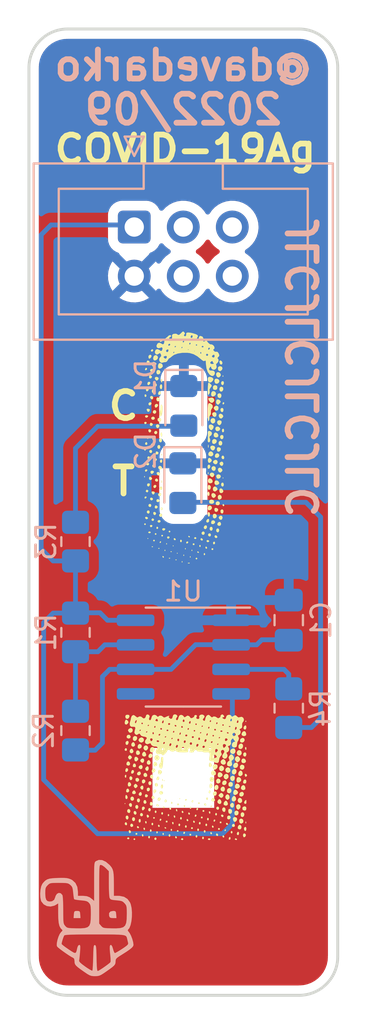
<source format=kicad_pcb>
(kicad_pcb (version 20211014) (generator pcbnew)
  (layers (0 "F.Cu" signal) (31 "B.Cu" signal) (34 "B.Paste" user) (35 "F.Paste" user) (36 "B.SilkS" user "B.Silkscreen") (37 "F.SilkS" user "F.Silkscreen") (38 "B.Mask" user) (39 "F.Mask" user) (44 "Edge.Cuts" user))
  (net 0 "")
  (net 1 "VCC")
  (net 2 "SDA")
  (net 3 "GPIO2")
  (net 4 "GND")
  (net 5 "SCL")
  (net 6 "GPIO1")
  (net 8 "Net-(D1-Pad2)")
  (net 9 "Net-(D2-Pad2)")
  (net 10 "Net-(R1-Pad2)")
  (net 11 "Net-(C1-Pad1)")
  (net 12 "Net-(R4-Pad1)")
  (footprint "drawing:stopmask" (layer "F.Cu") (at 0 0)
    (fp_text reference "G***" hide)
    (fp_text value "LOGO" hide)
    (zone (net 0) (net_name "") (layer "F.Cu") (connect_pads (clearance 0)) (min_thickness 0.254)
      (keepout (tracks allowed) (vias allowed) (pads allowed) (copperpour not_allowed) (footprints allowed))
      (fill (thermal_gap 0.508) (thermal_bridge_width 0.508))
      (polygon (pts (xy 1.6 15.3) (xy -1.6 15.3) (xy -1.6 12.2) (xy 1.6 12.2)))
    )
    (zone (net 0) (net_name "") (layer "F.Cu") (connect_pads (clearance 0)) (min_thickness 0.254)
      (keepout (tracks allowed) (vias allowed) (pads allowed) (copperpour not_allowed) (footprints allowed))
      (fill (thermal_gap 0.508) (thermal_bridge_width 0.508))
      (polygon (pts (xy 0.75 -8.25) (xy 1 -8) (xy 1.25 -7.5) (xy 1.25 0.5) (xy 1 1) (xy 0.75 1.25) (xy 0.25 1.5) (xy -0.25 1.5) (xy -0.75 1.25) (xy -1 1) (xy -1.25 0.5) (xy -1.25 -7.5) (xy -1 -8) (xy -0.75 -8.25) (xy -0.25 -8.5) (xy 0.25 -8.5)))
    )
    (zone (net 0) (net_name "") (layer "B.Cu") (connect_pads (clearance 0)) (min_thickness 0.254)
      (keepout (tracks allowed) (vias allowed) (pads allowed) (copperpour not_allowed) (footprints allowed))
      (fill (thermal_gap 0.508) (thermal_bridge_width 0.508))
      (polygon (pts (xy 1.6 15.3) (xy -1.6 15.3) (xy -1.6 12.2) (xy 1.6 12.2)))
    )
  )
  (footprint "finalShadow:finalShadow" (layer "F.Cu") (at -0.166722 -0.181481)
    (fp_text reference "Ref**" hide)
    (fp_text value "Val**" hide)
  )
  (footprint "Resistor_SMD:R_0805_2012Metric_Pad1.20x1.40mm_HandSolder" (layer "B.Cu") (at 5.461 10.144 -90)
    (fp_text reference "R4" (at 0 -1.651 -90) (layer "B.SilkS") (effects (justify mirror)))
    (fp_text value "1k")
    (pad "1" smd roundrect locked (at -1 0 270) (size 1.2 1.4) (layers "B.Cu" "B.Paste" "B.Mask") (roundrect_rratio 0.208333) (net 12 "Net-(R4-Pad1)"))
    (pad "2" smd roundrect locked (at 1 0 270) (size 1.2 1.4) (layers "B.Cu" "B.Paste" "B.Mask") (roundrect_rratio 0.208333) (net 9 "Net-(D2-Pad2)"))
  )
  (footprint "Resistor_SMD:R_0805_2012Metric_Pad1.20x1.40mm_HandSolder" (layer "B.Cu") (at -5.588 1.524 90)
    (fp_text reference "R3" (at 0 -1.524 270) (layer "B.SilkS") (effects (justify mirror)))
    (fp_text value "1k")
    (pad "1" smd roundrect locked (at -1 0 90) (size 1.2 1.4) (layers "B.Cu" "B.Paste" "B.Mask") (roundrect_rratio 0.208333) (net 1 "VCC"))
    (pad "2" smd roundrect locked (at 1 0 90) (size 1.2 1.4) (layers "B.Cu" "B.Paste" "B.Mask") (roundrect_rratio 0.208333) (net 8 "Net-(D1-Pad2)"))
  )
  (footprint "Capacitor_SMD:C_0805_2012Metric_Pad1.18x1.45mm_HandSolder" (layer "B.Cu") (at 5.461 5.588 90)
    (fp_text reference "C1" (at 0 1.68 90) (layer "B.SilkS") (effects (justify mirror)))
    (fp_text value "1uF")
    (pad "1" smd roundrect locked (at -1.0375 0 90) (size 1.175 1.45) (layers "B.Cu" "B.Paste" "B.Mask") (roundrect_rratio 0.212766) (net 11 "Net-(C1-Pad1)"))
    (pad "2" smd roundrect locked (at 1.0375 0 90) (size 1.175 1.45) (layers "B.Cu" "B.Paste" "B.Mask") (roundrect_rratio 0.212766) (net 4 "GND"))
  )
  (footprint "Resistor_SMD:R_0805_2012Metric_Pad1.20x1.40mm_HandSolder" (layer "B.Cu") (at -5.588 6.223 -90)
    (fp_text reference "R1" (at 0 1.524 -90) (layer "B.SilkS") (effects (justify mirror)))
    (fp_text value "1k")
    (pad "1" smd roundrect locked (at -1 0 270) (size 1.2 1.4) (layers "B.Cu" "B.Paste" "B.Mask") (roundrect_rratio 0.208333) (net 1 "VCC"))
    (pad "2" smd roundrect locked (at 1 0 270) (size 1.2 1.4) (layers "B.Cu" "B.Paste" "B.Mask") (roundrect_rratio 0.208333) (net 10 "Net-(R1-Pad2)"))
  )
  (footprint "LED_SMD:LED_0805_2012Metric_Pad1.15x1.40mm_HandSolder" (layer "B.Cu") (at -0.025 -1.5 -90)
    (fp_text reference "D2" (at -1.6496 1.9308 -270) (layer "B.SilkS") (effects (justify mirror)))
    (fp_text value "LED")
    (pad "1" smd roundrect locked (at -1.025 0 270) (size 1.15 1.4) (layers "B.Cu" "B.Paste" "B.Mask") (roundrect_rratio 0.217391) (net 4 "GND"))
    (pad "2" smd roundrect locked (at 1.025 0 270) (size 1.15 1.4) (layers "B.Cu" "B.Paste" "B.Mask") (roundrect_rratio 0.217391) (net 9 "Net-(D2-Pad2)"))
  )
  (footprint "Package_SO:SOIC-8_3.9x4.9mm_P1.27mm" (layer "B.Cu") (at 0 7.5 180)
    (fp_text reference "U1" (at 0 3.4) (layer "B.SilkS") (effects (justify mirror)))
    (fp_text value "NE555D")
    (pad "1" smd roundrect locked (at -2.475 1.905 180) (size 1.95 0.6) (layers "B.Cu" "B.Paste" "B.Mask") (net 4 "GND"))
    (pad "2" smd roundrect locked (at -2.475 0.635 180) (size 1.95 0.6) (layers "B.Cu" "B.Paste" "B.Mask") (net 11 "Net-(C1-Pad1)"))
    (pad "3" smd roundrect locked (at -2.475 -0.635 180) (size 1.95 0.6) (layers "B.Cu" "B.Paste" "B.Mask") (net 12 "Net-(R4-Pad1)"))
    (pad "4" smd roundrect locked (at -2.475 -1.905 180) (size 1.95 0.6) (layers "B.Cu" "B.Paste" "B.Mask") (net 1 "VCC"))
    (pad "5" smd roundrect locked (at 2.475 -1.905 180) (size 1.95 0.6) (layers "B.Cu" "B.Paste" "B.Mask"))
    (pad "6" smd roundrect locked (at 2.475 -0.635 180) (size 1.95 0.6) (layers "B.Cu" "B.Paste" "B.Mask") (net 11 "Net-(C1-Pad1)"))
    (pad "7" smd roundrect locked (at 2.475 0.635 180) (size 1.95 0.6) (layers "B.Cu" "B.Paste" "B.Mask") (net 10 "Net-(R1-Pad2)"))
    (pad "8" smd roundrect locked (at 2.475 1.905 180) (size 1.95 0.6) (layers "B.Cu" "B.Paste" "B.Mask") (net 1 "VCC"))
  )
  (footprint "Connector_IDC:IDC-Header_2x03_P2.54mm_Vertical" (layer "B.Cu") (at -2.545 -14.7525 -90)
    (fp_text reference "J1" hide)
    (fp_text value "Conn_02x03_Odd_Even" hide)
    (pad "1" thru_hole roundrect locked (at 0 0 270) (size 1.7 1.7) (drill 1) (layers *.Cu *.Mask) (roundrect_rratio 0.147059) (net 1 "VCC"))
    (pad "2" thru_hole circle locked (at 2.54 0 270) (size 1.7 1.7) (drill 1) (layers *.Cu *.Mask) (net 4 "GND"))
    (pad "3" thru_hole circle locked (at 0 -2.54 270) (size 1.7 1.7) (drill 1) (layers *.Cu *.Mask) (net 2 "SDA"))
    (pad "4" thru_hole circle locked (at 2.54 -2.54 270) (size 1.7 1.7) (drill 1) (layers *.Cu *.Mask) (net 5 "SCL"))
    (pad "5" thru_hole circle locked (at 0 -5.08 270) (size 1.7 1.7) (drill 1) (layers *.Cu *.Mask) (net 3 "GPIO2"))
    (pad "6" thru_hole circle locked (at 2.54 -5.08 270) (size 1.7 1.7) (drill 1) (layers *.Cu *.Mask) (net 6 "GPIO1"))
  )
  (footprint "Resistor_SMD:R_0805_2012Metric_Pad1.20x1.40mm_HandSolder" (layer "B.Cu") (at -5.588 11.303 -90)
    (fp_text reference "R2" (at 0 1.65 90) (layer "B.SilkS") (effects (justify mirror)))
    (fp_text value "470k")
    (pad "1" smd roundrect locked (at -1 0 270) (size 1.2 1.4) (layers "B.Cu" "B.Paste" "B.Mask") (roundrect_rratio 0.208333) (net 10 "Net-(R1-Pad2)"))
    (pad "2" smd roundrect locked (at 1 0 270) (size 1.2 1.4) (layers "B.Cu" "B.Paste" "B.Mask") (roundrect_rratio 0.208333) (net 11 "Net-(C1-Pad1)"))
  )
  (footprint "LED_SMD:LED_0805_2012Metric_Pad1.15x1.40mm_HandSolder" (layer "B.Cu") (at 0.025 -5.5 -90)
    (fp_text reference "D1" (at -1.4342 1.9808 -270) (layer "B.SilkS") (effects (justify mirror)))
    (fp_text value "LED")
    (pad "1" smd roundrect locked (at -1.025 0 270) (size 1.15 1.4) (layers "B.Cu" "B.Paste" "B.Mask") (roundrect_rratio 0.217391) (net 4 "GND"))
    (pad "2" smd roundrect locked (at 1.025 0 270) (size 1.15 1.4) (layers "B.Cu" "B.Paste" "B.Mask") (roundrect_rratio 0.217391) (net 8 "Net-(D1-Pad2)"))
  )
  (footprint "kicad footprints:davedarko_logo_silk_ext" (layer "B.Cu") (at -5 21 180)
    (fp_text reference "Ref**" hide)
    (fp_text value "Val**" hide)
  )
  (gr_arc locked (start 8 23) (mid 7.414214 24.414214) (end 6 25) (layer "Edge.Cuts") (width 0.15))
  (gr_arc locked (start -6 25) (mid -7.414214 24.414214) (end -8 23) (layer "Edge.Cuts") (width 0.15))
  (gr_line locked (start 6 25) (end -6 25) (layer "Edge.Cuts") (width 0.15))
  (gr_line locked (start -8 23) (end -8 -23) (layer "Edge.Cuts") (width 0.15))
  (gr_line locked (start -6 -25) (end 6 -25) (layer "Edge.Cuts") (width 0.15))
  (gr_arc locked (start -8 -23) (mid -7.414214 -24.414214) (end -6 -25) (layer "Edge.Cuts") (width 0.15))
  (gr_line locked (start 8 -23) (end 8 23) (layer "Edge.Cuts") (width 0.15))
  (gr_arc locked (start 6 -25) (mid 7.414214 -24.414214) (end 8 -23) (layer "Edge.Cuts") (width 0.15))
  (gr_text "@davedarko" (at 0 -23.114) (layer "B.SilkS") (effects (font (size 1.5 1.5) (thickness 0.3)) (justify mirror)))
  (gr_text "JLCJLCJLCJLC" (at 6.223 -7.493 90) (layer "B.SilkS") (effects (font (size 1.5 1.5) (thickness 0.3)) (justify mirror)))
  (gr_text "2022/09" (at 0 -20.828) (layer "B.SilkS") (effects (font (size 1.5 1.5) (thickness 0.3)) (justify mirror)))
  (gr_text "C" (at -3.1 -5.5) (layer "F.SilkS") (effects (font (size 1.4 1.45) (thickness 0.3))))
  (gr_text "T" (at -3.1 -1.6) (layer "F.SilkS") (effects (font (size 1.4 1.45) (thickness 0.3))))
  (gr_text "COVID-19Ag" (at 0.1 -18.769603) (layer "F.SilkS") (effects (font (size 1.4 1.45) (thickness 0.3))))
  (segment (start -5.588 5.223) (end -5.588 2.54) (width 0.25) (layer "B.Cu") (net 1))
  (segment (start -3.93 5.595) (end -4.318 5.207) (width 0.25) (layer "B.Cu") (net 1))
  (segment (start -5.588 5.223) (end -6.747 5.223) (width 0.25) (layer "B.Cu") (net 1))
  (segment (start -6.747 5.223) (end -7.239 5.715) (width 0.25) (layer "B.Cu") (net 1))
  (segment (start -7.366 1.905) (end -7.366 -14.351) (width 0.25) (layer "B.Cu") (net 1))
  (segment (start -6.747 2.524) (end -7.366 1.905) (width 0.25) (layer "B.Cu") (net 1))
  (segment (start -6.858 -14.859) (end -2.54 -14.859) (width 0.25) (layer "B.Cu") (net 1))
  (segment (start -4.318 5.207) (end -5.588 5.207) (width 0.25) (layer "B.Cu") (net 1))
  (segment (start -2.475 5.595) (end -3.93 5.595) (width 0.25) (layer "B.Cu") (net 1))
  (segment (start -5.588 2.524) (end -6.747 2.524) (width 0.25) (layer "B.Cu") (net 1))
  (segment (start -4.445 16.637) (end 2.032 16.637) (width 0.25) (layer "B.Cu") (net 1))
  (segment (start -7.366 -14.351) (end -6.858 -14.859) (width 0.25) (layer "B.Cu") (net 1))
  (segment (start -7.239 13.843) (end -4.445 16.637) (width 0.25) (layer "B.Cu") (net 1))
  (segment (start 2.032 16.637) (end 2.54 16.129) (width 0.25) (layer "B.Cu") (net 1))
  (segment (start -7.239 5.715) (end -7.239 13.843) (width 0.25) (layer "B.Cu") (net 1))
  (segment (start 2.54 16.129) (end 2.54 9.398) (width 0.25) (layer "B.Cu") (net 1))
  (segment (start -5.588 0.524) (end -5.588 -3.302) (width 0.25) (layer "B.Cu") (net 8))
  (segment (start -4.445 -4.445) (end 0 -4.445) (width 0.25) (layer "B.Cu") (net 8))
  (segment (start -5.588 -3.302) (end -4.445 -4.445) (width 0.25) (layer "B.Cu") (net 8))
  (segment (start 7.112 0.254) (end 6.35 -0.508) (width 0.25) (layer "B.Cu") (net 9))
  (segment (start 6.35 -0.508) (end 0 -0.508) (width 0.25) (layer "B.Cu") (net 9))
  (segment (start 7.112 10.668) (end 7.112 0.254) (width 0.25) (layer "B.Cu") (net 9))
  (segment (start 6.636 11.144) (end 7.112 10.668) (width 0.25) (layer "B.Cu") (net 9))
  (segment (start 5.461 11.144) (end 6.636 11.144) (width 0.25) (layer "B.Cu") (net 9))
  (segment (start -5.588 7.223) (end -4.429 7.223) (width 0.25) (layer "B.Cu") (net 10))
  (segment (start -4.071 6.865) (end -2.475 6.865) (width 0.25) (layer "B.Cu") (net 10))
  (segment (start -5.588 10.303) (end -5.588 7.239) (width 0.25) (layer "B.Cu") (net 10))
  (segment (start -4.429 7.223) (end -4.071 6.865) (width 0.25) (layer "B.Cu") (net 10))
  (segment (start 0.635 6.858) (end 2.667 6.858) (width 0.25) (layer "B.Cu") (net 11))
  (segment (start -4.572 12.319) (end -5.461 12.319) (width 0.25) (layer "B.Cu") (net 11))
  (segment (start -0.642 8.135) (end 0.635 6.858) (width 0.25) (layer "B.Cu") (net 11))
  (segment (start -4.191 11.938) (end -4.572 12.319) (width 0.25) (layer "B.Cu") (net 11))
  (segment (start 3.803 6.865) (end 4.064 6.604) (width 0.25) (layer "B.Cu") (net 11))
  (segment (start 4.064 6.604) (end 5.461 6.604) (width 0.25) (layer "B.Cu") (net 11))
  (segment (start -2.475 8.135) (end -3.817 8.135) (width 0.25) (layer "B.Cu") (net 11))
  (segment (start -3.817 8.135) (end -4.191 8.509) (width 0.25) (layer "B.Cu") (net 11))
  (segment (start 2.475 6.865) (end 3.803 6.865) (width 0.25) (layer "B.Cu") (net 11))
  (segment (start -2.475 8.135) (end -0.642 8.135) (width 0.25) (layer "B.Cu") (net 11))
  (segment (start -4.191 8.509) (end -4.191 11.938) (width 0.25) (layer "B.Cu") (net 11))
  (segment (start 2.475 8.135) (end 5.214 8.135) (width 0.25) (layer "B.Cu") (net 12))
  (segment (start 5.214 8.135) (end 5.461 8.382) (width 0.25) (layer "B.Cu") (net 12))
  (segment (start 5.461 8.382) (end 5.461 9.144) (width 0.25) (layer "B.Cu") (net 12))
  (zone (net 0) (net_name "") (layer "F.Cu") (connect_pads (clearance 0.508)) (min_thickness 0.254) (fill yes (thermal_gap 0.508) (thermal_bridge_width 0.508))
    (polygon (pts (xy 8.636 25.908) (xy -8.89 25.908) (xy -8.89 -26.162) (xy 8.636 -26.162)))
  )
  (zone (net 0) (net_name "") (layer "B.Cu") (connect_pads (clearance 0)) (min_thickness 0.254)
    (keepout (tracks not_allowed) (vias not_allowed) (pads not_allowed) (copperpour not_allowed) (footprints allowed))
    (fill (thermal_gap 0.508) (thermal_bridge_width 0.508))
    (polygon (pts (xy 1.651 -4.953) (xy -1.651 -4.953) (xy -1.651 -5.969) (xy 1.651 -5.969)))
  )
  (zone (net 0) (net_name "") (layer "B.Cu") (connect_pads (clearance 0)) (min_thickness 0.254)
    (keepout (tracks not_allowed) (vias not_allowed) (pads not_allowed) (copperpour not_allowed) (footprints allowed))
    (fill (thermal_gap 0.508) (thermal_bridge_width 0.508))
    (polygon (pts (xy 1.651 -1.016) (xy -1.651 -1.016) (xy -1.651 -1.905) (xy 1.651 -1.905)))
  )
  (zone (net 4) (net_name "GND") (layer "B.Cu") (connect_pads (clearance 0.508)) (min_thickness 0.254) (fill yes (thermal_gap 0.508) (thermal_bridge_width 0.508))
    (polygon (pts (xy 10 26.5) (xy -9.5 26.5) (xy -9.5 -26.5) (xy 9.5 -26.5)))
  )
)
</source>
